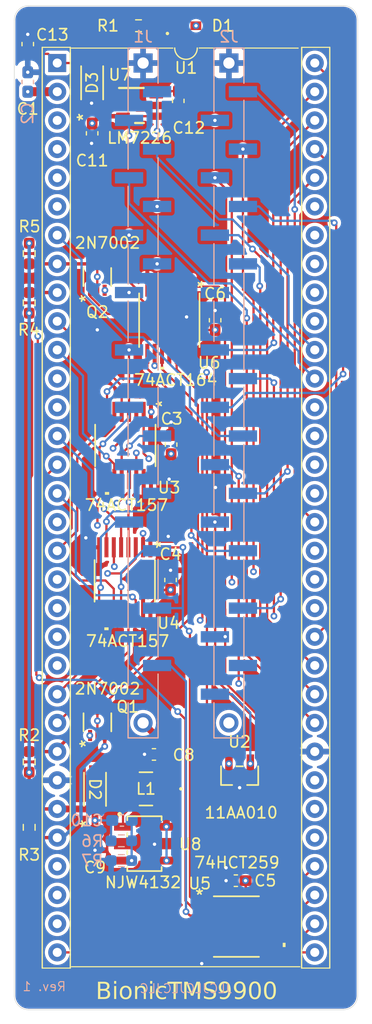
<source format=kicad_pcb>
(kicad_pcb (version 20240108) (generator "pcbnew") (generator_version "8.0")
  (title_block (title "BionicTMS9900") (date "2025-05-23") (rev "1"))
  (layers (0 "F.Cu" mixed) (1 "In1.Cu" signal) (2 "In2.Cu" signal) (31 "B.Cu" mixed) (34 "B.Paste" user) (35 "F.Paste" user) (36 "B.SilkS" user "B.Silkscreen") (37 "F.SilkS" user "F.Silkscreen") (38 "B.Mask" user) (39 "F.Mask" user) (44 "Edge.Cuts" user))
  (net 0 "")
  (net 1 "VCC")
  (net 2 "GND")
  (net 3 "VDD")
  (net 4 "Net-(U8-IN-)")
  (net 5 "Net-(U7-C-)")
  (net 11 "Net-(U7-C+)")
  (net 12 "VBB")
  (net 13 "Net-(D2-A)")
  (net 14 "/P31")
  (net 15 "/P51")
  (net 16 "Net-(D1-K)")
  (net 17 "/P15")
  (net 18 "/P12")
  (net 19 "/P30")
  (net 20 "/P14")
  (net 21 "/P52")
  (net 22 "/P10")
  (net 23 "/P50")
  (net 24 "/P53")
  (net 25 "/P33")
  (net 26 "/P16")
  (net 27 "/P32")
  (net 28 "/P36")
  (net 29 "/P13")
  (net 30 "/P34")
  (net 31 "/P17")
  (net 32 "/P35")
  (net 33 "/P11")
  (net 34 "/P37")
  (net 35 "/P44")
  (net 36 "/P47")
  (net 37 "/P20")
  (net 38 "Net-(J2-P57)")
  (net 39 "/P26")
  (net 40 "/P41")
  (net 41 "/P22")
  (net 42 "/P54")
  (net 43 "/P46")
  (net 44 "/P43")
  (net 45 "/P55")
  (net 46 "/P25")
  (net 48 "/P24")
  (net 49 "/P40")
  (net 50 "/P42")
  (net 51 "/P21")
  (net 52 "/P45")
  (net 53 "/P23")
  (net 54 "/P27")
  (net 55 "Net-(Q1A-S1)")
  (net 56 "Net-(Q1B-S2)")
  (net 57 "Net-(Q1A-D1)")
  (net 58 "Net-(Q1B-D2)")
  (net 59 "Net-(Q2A-S1)")
  (net 60 "Net-(Q2B-S2)")
  (net 61 "Net-(Q2A-D1)")
  (net 62 "Net-(Q2B-D2)")
  (net 63 "/A7")
  (net 64 "/Q6")
  (net 65 "/A3")
  (net 66 "/A0")
  (net 67 "/Q1")
  (net 68 "/Q4")
  (net 69 "/B7")
  (net 70 "/B2")
  (net 71 "/A4")
  (net 72 "/Q5")
  (net 73 "/B3")
  (net 74 "/A2")
  (net 75 "/A6")
  (net 76 "/B1")
  (net 77 "/B5")
  (net 78 "/Q3")
  (net 79 "/A5")
  (net 80 "/B4")
  (net 81 "/Q7")
  (net 82 "/B6")
  (net 83 "/A1")
  (net 84 "/Q0")
  (net 85 "/B0")
  (footprint "Capacitor_SMD:C_0603_1608Metric_Pad1.08x0.95mm_HandSolder" (layer "F.Cu") (at 99.6442 46.5317 90)
    (property "Reference" "C12")
    (property "Value" "1u/10V")
  )
  (footprint "bionic:DIP-64_W22.86mm_Socket" (layer "F.Cu") (at 88.9 43.18)
    (property "Reference" "U1")
    (property "Value" "TMS9900")
  )
  (footprint "ti:PW16-M" (layer "F.Cu") (at 94.8944 89.027 -90)
    (property "Reference" "U4")
    (property "Value" "74ACT157")
  )
  (footprint "murata:CR_60M-60_ROM-M" (layer "F.Cu") (at 91.9988 44.9326 90)
    (property "Reference" "D3")
    (property "Value" "30V/1A")
  )
  (footprint "murata:CR_60M-60_ROM-M" (layer "F.Cu") (at 92.2528 107.4801 90)
    (property "Reference" "D2")
    (property "Value" "30V/1A")
  )
  (footprint "Capacitor_SMD:C_0603_1608Metric_Pad1.08x0.95mm_HandSolder" (layer "F.Cu") (at 86.2838 41.5036 90)
    (property "Reference" "C13")
    (property "Value" "2.2u/10V")
  )
  (footprint "murata:IND_DFE322512F_MUR-M" (layer "F.Cu") (at 96.774 107.442 180)
    (property "Reference" "L1")
    (property "Value" "10uH/3A")
  )
  (footprint "Capacitor_SMD:C_0603_1608Metric_Pad1.08x0.95mm_HandSolder" (layer "F.Cu") (at 91.9988 49.403 -90)
    (property "Reference" "C11")
    (property "Value" "2.2u/10V")
  )
  (footprint "ti:DBV0006A_M" (layer "F.Cu") (at 96.2152 46.9392)
    (property "Reference" "U7")
    (property "Value" "LM2776")
  )
  (footprint "nexperia:TSSOP16_SOT403-1_NEX-M" (layer "F.Cu") (at 104.8004 119.634)
    (property "Reference" "U5")
    (property "Value" "74HCT259")
  )
  (footprint "Resistor_SMD:R_0603_1608Metric_Pad0.98x0.95mm_HandSolder" (layer "F.Cu") (at 86.4108 64.4125 90)
    (property "Reference" "R4")
    (property "Value" "750")
  )
  (footprint "ti:PW14-M" (layer "F.Cu") (at 98.8499 65.9511 -90)
    (property "Reference" "U6")
    (property "Value" "74ACT164")
  )
  (footprint "nisshinbo:SOT-89-5_NMD-M" (layer "F.Cu") (at 96.642 112.292 -90)
    (property "Reference" "U8")
    (property "Value" "NJW4132")
  )
  (footprint "Capacitor_SMD:C_0603_1608Metric_Pad1.08x0.95mm_HandSolder" (layer "F.Cu") (at 92.2528 112.0129 -90)
    (property "Reference" "C9")
    (property "Value" "22uF/16V")
  )
  (footprint "rhom:LED_CSL1901UW1_ROM-M" (layer "F.Cu") (at 100.33 39.878)
    (property "Reference" "D1")
    (property "Value" "CSL1901UW1")
  )
  (footprint "Resistor_SMD:R_0603_1608Metric_Pad0.98x0.95mm_HandSolder" (layer "F.Cu") (at 86.4108 110.8475 -90)
    (property "Reference" "R3")
    (property "Value" "750")
  )
  (footprint "Capacitor_SMD:C_0603_1608Metric_Pad1.08x0.95mm_HandSolder" (layer "F.Cu") (at 98.9584 88.9508 90)
    (property "Reference" "C4")
    (property "Value" "0.1u")
  )
  (footprint "ti:PW16-M" (layer "F.Cu") (at 94.9452 77.0382 -90)
    (property "Reference" "U3")
    (property "Value" "74ACT157")
  )
  (footprint "Capacitor_SMD:C_0603_1608Metric_Pad1.08x0.95mm_HandSolder" (layer "F.Cu") (at 97.4863 104.394 180)
    (property "Reference" "C8")
    (property "Value" "10uF/50V")
  )
  (footprint "Capacitor_SMD:C_0603_1608Metric_Pad1.08x0.95mm_HandSolder" (layer "F.Cu") (at 104.756 115.57 180)
    (property "Reference" "C5")
    (property "Value" "0.1u")
  )
  (footprint "Resistor_SMD:R_0603_1608Metric_Pad0.98x0.95mm_HandSolder" (layer "F.Cu") (at 86.4108 60.0475 -90)
    (property "Reference" "R5")
    (property "Value" "750")
  )
  (footprint "Capacitor_SMD:C_0603_1608Metric_Pad1.08x0.95mm_HandSolder" (layer "F.Cu") (at 99.0092 76.962 90)
    (property "Reference" "C3")
    (property "Value" "0.1u")
  )
  (footprint "onsemi:SC-88&slash;SC70-6&slash;SOT-363_419B-02_ONS_OSI-M" (layer "F.Cu") (at 92.456 62.1284 90)
    (property "Reference" "Q2")
    (property "Value" "2N7002DW")
  )
  (footprint "Capacitor_SMD:C_0603_1608Metric_Pad1.08x0.95mm_HandSolder" (layer "F.Cu") (at 86.2838 44.8564 90)
    (property "Reference" "C1")
    (property "Value" "22u")
  )
  (footprint "Resistor_SMD:R_0603_1608Metric_Pad0.98x0.95mm_HandSolder" (layer "F.Cu") (at 86.4108 105.0544 90)
    (property "Reference" "R2")
    (property "Value" "750")
  )
  (footprint "onsemi:SC-88&slash;SC70-6&slash;SOT-363_419B-02_ONS_OSI-M" (layer "F.Cu") (at 92.4664 101.5492 90)
    (property "Reference" "Q1")
    (property "Value" "2N7002DW")
  )
  (footprint "Resistor_SMD:R_0603_1608Metric_Pad0.98x0.95mm_HandSolder" (layer "F.Cu") (at 96.1155 39.878 180)
    (property "Reference" "R1")
    (property "Value" "1.6k")
  )
  (footprint "microchip:SOT-23_MC_MCH-M" (layer "F.Cu") (at 105.09 106.2728 180)
    (property "Reference" "U2")
    (property "Value" "11AA010-I/TT")
  )
  (footprint "Capacitor_SMD:C_0603_1608Metric_Pad1.08x0.95mm_HandSolder" (layer "F.Cu") (at 102.9139 65.9511 90)
    (property "Reference" "C6")
    (property "Value" "0.1u")
  )
  (footprint "Resistor_SMD:R_0603_1608Metric_Pad0.98x0.95mm_HandSolder" (layer "B.Cu") (at 94.5915 113.792 180)
    (property "Reference" "R7")
    (property "Value" "20k")
  )
  (footprint "Capacitor_SMD:C_0603_1608Metric_Pad1.08x0.95mm_HandSolder" (layer "B.Cu") (at 86.2838 44.8575 90)
    (property "Reference" "C2")
    (property "Value" "0.1u")
  )
  (footprint "bionic:Bionic-P135_SMT" (layer "B.Cu") (at 96.4992 72.39 180)
    (property "Reference" "J1")
    (property "Value" "Bionic-P135")
  )
  (footprint "Resistor_SMD:R_0603_1608Metric_Pad0.98x0.95mm_HandSolder" (layer "B.Cu") (at 94.5915 112.0394)
    (property "Reference" "R6")
    (property "Value" "220k")
  )
  (footprint "bionic:Bionic-P245_SMT" (layer "B.Cu") (at 104.1608 72.39 180)
    (property "Reference" "J2")
    (property "Value" "Bionic-P245")
  )
  (footprint "Capacitor_SMD:C_0603_1608Metric_Pad1.08x0.95mm_HandSolder" (layer "B.Cu") (at 94.6434 110.236)
    (property "Reference" "C10")
    (property "Value" "15pF")
  )
  (gr_line (start 101.4984 41.85) (end 110.2868 41.8592) (stroke (width 0.1)) (layer "F.SilkS"))
  (gr_line (start 99.1616 41.8592) (end 90.17 41.8592) (stroke (width 0.1)) (layer "F.SilkS"))
  (gr_line (start 90.17 123.19) (end 110.4392 123.19) (stroke (width 0.1)) (layer "F.SilkS"))
  (gr_arc (start 114.3 38.1) (mid 115.198026 38.471974) (end 115.57 39.37) (stroke (width 0.05)) (layer "Edge.Cuts"))
  (gr_line (start 85.09 125.73) (end 85.09 39.37) (stroke (width 0.05)) (layer "Edge.Cuts"))
  (gr_line (start 86.36 38.1) (end 114.3 38.1) (stroke (width 0.05)) (layer "Edge.Cuts"))
  (gr_line (start 115.57 39.37) (end 115.57 125.73) (stroke (width 0.05)) (layer "Edge.Cuts"))
  (gr_arc (start 85.09 39.37) (mid 85.461974 38.471974) (end 86.36 38.1) (stroke (width 0.05)) (layer "Edge.Cuts"))
  (gr_line (start 114.3 127) (end 86.36 127) (stroke (width 0.05)) (layer "Edge.Cuts"))
  (gr_arc (start 86.36 127) (mid 85.461974 126.628026) (end 85.09 125.73) (stroke (width 0.05)) (layer "Edge.Cuts"))
  (gr_arc (start 115.57 125.73) (mid 115.198026 126.628026) (end 114.3 127) (stroke (width 0.05)) (layer "Edge.Cuts"))
  (gr_text "Rev. 1" (at 89.7382 125.4126 -0) (layer "B.SilkS") (effects (font (size 0.8 0.8) (thickness 0.1)) (justify left bottom mirror)))
  (gr_text "JLCJLCJLCJLC" (at 100.33 125.5904 -0) (layer "B.SilkS") (effects (font (size 0.8 0.8) (thickness 0.1)) (justify bottom mirror)))
  (gr_text "11AA010" (at 105.2322 110.1344 0) (layer "F.SilkS") (effects (font (size 1 1)) (justify bottom)))
  (gr_text "NJW4132" (at 96.52 116.3066 0) (layer "F.SilkS") (effects (font (size 1 1)) (justify bottom)))
  (gr_text "2N7002" (at 93.3704 59.69 0) (layer "F.SilkS") (effects (font (size 1 1)) (justify bottom)))
  (gr_text "74ACT157\n" (at 95.1484 94.9452 0) (layer "F.SilkS") (effects (font (size 1 1)) (justify bottom)))
  (gr_text "74HCT259" (at 104.8512 114.554 0) (layer "F.SilkS") (effects (font (size 1 1)) (justify bottom)))
  (gr_text "BionicTMS9900" (at 100.3808 126.3016 0) (layer "F.SilkS") (effects (font (size 1.5 1.5) (thickness 0.1)) (justify bottom)))
  (gr_text "74ACT157\n" (at 95.0468 82.9056 0) (layer "F.SilkS") (effects (font (size 1 1)) (justify bottom)))
  (gr_text "2N7002" (at 93.3704 99.1616 0) (layer "F.SilkS") (effects (font (size 1 1)) (justify bottom)))
  (gr_text "74ACT164" (at 99.4156 71.8312 0) (layer "F.SilkS") (effects (font (size 1 1)) (justify bottom)))
  (segment (start 102.9139 66.8146) (end 102.9208 66.802) (width 0.2) (layer "F.Cu") (net 1))
  (segment (start 92.4664 101.4222) (end 92.4664 102.7176) (width 0.2) (layer "F.Cu") (net 1))
  (segment (start 92.456 63.2968) (end 92.456 62.103) (width 0.2) (layer "F.Cu") (net 1))
  (segment (start 92.456 62.103) (end 92.456 60.96) (width 0.2) (layer "F.Cu") (net 1))
  (segment (start 97.5499 69.977) (end 97.5499 68.9229) (width 0.2) (layer "F.Cu") (net 1))
  (segment (start 92.4664 102.7176) (end 92.4664 102.718) (width 0.2) (layer "F.Cu") (net 1))
  (segment (start 97.2202 79.3352) (end 97.2202 80.01) (width 0.2) (layer "F.Cu") (net 1))
  (segment (start 102.914 66.8147) (end 102.9139 66.8146) (width 0.2) (layer "F.Cu") (net 1))
  (segment (start 99.0092 77.7748) (end 98.7806 77.7748) (width 0.2) (layer "F.Cu") (net 1))
  (segment (start 97.6902 47.8892) (end 94.7402 47.8892) (width 0.2) (layer "F.Cu") (net 1))
  (segment (start 97.1694 91.07) (end 97.1694 91.9988) (width 0.2) (layer "F.Cu") (net 1))
  (segment (start 92.0253 48.514) (end 92.6501 47.8892) (width 0.4) (layer "F.Cu") (net 1))
  (segment (start 98.9584 89.8133) (end 98.4261 89.8133) (width 0.2) (layer "F.Cu") (net 1))
  (segment (start 107.8548 117.3591) (end 107.8548 118.009) (width 0.2) (layer "F.Cu") (net 1))
  (segment (start 91.9988 48.5405) (end 91.9988 48.514) (width 0.4) (layer "F.Cu") (net 1))
  (segment (start 98.3488 104.394) (end 98.3488 107.442) (width 0.6) (layer "F.Cu") (net 1))
  (segment (start 86.2849 45.72) (end 86.2838 45.7189) (width 0.8) (layer "F.Cu") (net 1))
  (segment (start 91.9988 48.514) (end 92.0253 48.514) (width 0.4) (layer "F.Cu") (net 1))
  (segment (start 88.9 45.72) (end 86.2849 45.72) (width 0.8) (layer "F.Cu") (net 1))
  (segment (start 92.4664 101.4222) (end 92.4664 100.381) (width 0.2) (layer "F.Cu") (net 1))
  (segment (start 98.4261 89.8133) (end 97.1694 91.07) (width 0.2) (layer "F.Cu") (net 1))
  (segment (start 107.8549 117.359) (end 107.855 117.359) (width 0.2) (layer "F.Cu") (net 1))
  (segment (start 98.3488 109.474) (end 98.592 109.7172) (width 0.6) (layer "F.Cu") (net 1))
  (segment (start 101.219 39.878) (end 101.2063 39.878) (width 0.2) (layer "F.Cu") (net 1))
  (segment (start 102.9208 66.802) (end 102.9139 66.8136) (width 0.2) (layer "F.Cu") (net 1))
  (segment (start 98.7806 77.7748) (end 97.2202 79.3352) (width 0.2) (layer "F.Cu") (net 1))
  (segment (start 107.8549 117.359) (end 107.8548 117.3591) (width 0.2) (layer "F.Cu") (net 1))
  (segment (start 98.9584 89.8144) (end 98.9584 89.8133) (width 0.2) (layer "F.Cu") (net 1))
  (segment (start 99.0092 77.7748) (end 99.0092 77.8245) (width 0.2) (layer "F.Cu") (net 1))
  (segment (start 98.3488 103.429) (end 98.3488 104.394) (width 0.6) (layer "F.Cu") (net 1))
  (segment (start 105.6185 116.1087) (end 105.6185 115.57) (width 0.2) (layer "F.Cu") (net 1))
  (segment (start 98.592 109.7172) (end 98.592 110.792) (width 0.6) (layer "F.Cu") (net 1))
  (segment (start 102.198 66.8136) (end 100.799899 68.211701) (width 0.2) (layer "F.Cu") (net 1))
  (segment (start 98.3488 107.442) (end 98.3488 109.474) (width 0.6) (layer "F.Cu") (net 1))
  (segment (start 106.8688 117.359) (end 105.6185 116.1087) (width 0.2) (layer "F.Cu") (net 1))
  (segment (start 92.6501 47.8892) (end 94.7402 47.8892) (width 0.4) (layer "F.Cu") (net 1))
  (segment (start 100.799899 68.211701) (end 100.799899 68.9229) (width 0.2) (layer "F.Cu") (net 1))
  (segment (start 102.9139 66.8136) (end 102.198 66.8136) (width 0.2) (layer "F.Cu") (net 1))
  (segment (start 98.6028 113.792) (end 98.592 113.792) (width 0.2) (layer "F.Cu") (net 1))
  (segment (start 107.8549 117.359) (end 106.8688 117.359) (width 0.2) (layer "F.Cu") (net 1))
  (segment (start 96.52 101.6) (end 98.3488 103.429) (width 0.6) (layer "F.Cu") (net 1))
  (segment (start 104.139999 105.2068) (end 104.14 105.2068) (width 0.2) (layer "F.Cu") (net 1))
  (via (at 101.219 39.878) (size 0.6) (drill 0.3) (layers "F.Cu" "B.Cu") (net 1))
  (via (at 102.9208 66.802) (size 0.6) (drill 0.3) (layers "F.Cu" "B.Cu") (net 1))
  (via (at 98.592 110.792) (size 0.6) (drill 0.3) (layers "F.Cu" "B.Cu") (net 1))
  (via (at 98.6028 113.792) (size 0.6) (drill 0.3) (layers "F.Cu" "B.Cu") (net 1))
  (via (at 92.456 62.103) (size 0.6) (drill 0.3) (layers "F.Cu" "B.Cu") (net 1))
  (via (at 97.5499 69.977) (size 0.6) (drill 0.3) (layers "F.Cu" "B.Cu") (net 1))
  (via (at 98.9584 89.8144) (size 0.6) (drill 0.3) (layers "F.Cu" "B.Cu") (net 1))
  (via (at 91.9988 48.514) (size 0.6) (drill 0.3) (layers "F.Cu" "B.Cu") (net 1))
  (via (at 105.613 115.57) (size 0.6) (drill 0.3) (layers "F.Cu" "B.Cu") (net 1))
  (via (at 104.139999 105.2068) (size 0.6) (drill 0.3) (layers "F.Cu" "B.Cu") (net 1))
  (via (at 99.0092 77.7748) (size 0.6) (drill 0.3) (layers "F.Cu" "B.Cu") (net 1))
  (via (at 92.4664 101.4222) (size 0.6) (drill 0.3) (layers "F.Cu" "B.Cu") (net 1))
  (via (at 86.2838 45.7189) (size 0.6) (drill 0.3) (layers "F.Cu" "B.Cu") (net 1))
  (segment (start 98.6028 110.803) (end 98.592 110.792) (width 0.2) (layer "B.Cu") (net 1))
  (segment (start 98.6028 113.792) (end 98.6028 110.803) (width 0.2) (layer "B.Cu") (net 1))
  (via (at 100.3808 65.659) (size 0.6) (drill 0.3) (layers "F.Cu" "B.Cu") (net 2))
  (via (at 91.44 85.217) (size 0.6) (drill 0.3) (layers "F.Cu" "B.Cu") (net 2))
  (via (at 99.0092 74.9682) (size 0.6) (drill 0.3) (layers "F.Cu" "B.Cu") (net 2))
  (via (at 86.2838 43.9939) (size 0.6) (drill 0.3) (layers "F.Cu" "B.Cu") (net 2))
  (via (at 105.09 107.3388) (size 0.6) (drill 0.3) (layers "F.Cu" "B.Cu") (net 2))
  (via (at 102.9139 65.0886) (size 0.6) (drill 0.3) (layers "F.Cu" "B.Cu") (net 2))
  (via (at 98.7552 85.09) (size 0.6) (drill 0.3) (layers "F.Cu" "B.Cu") (net 2))
  (via (at 103.886 114.427) (size 0.6) (drill 0.3) (layers "F.Cu" "B.Cu") (net 2))
  (via (at 98.8314 80.0228) (size 0.6) (drill 0.3) (layers "F.Cu" "B.Cu") (net 2))
  (via (at 103.886 115.57) (size 0.6) (drill 0.3) (layers "F.Cu" "B.Cu") (net 2))
  (via (at 91.948 46.736) (size 0.6) (drill 0.3) (layers "F.Cu" "B.Cu") (net 2))
  (via (at 96.647 104.3814) (size 0.6) (drill 0.3) (layers "F.Cu" "B.Cu") (net 2))
  (via (at 101.727 122.9106) (size 0.6) (drill 0.3) (layers "F.Cu" "B.Cu") (net 2))
  (via (at 91.948 50.292) (size 0.6) (drill 0.3) (layers "F.Cu" "B.Cu") (net 2))
  (via (at 92.2528 112.8754) (size 0.6) (drill 0.3) (layers "F.Cu" "B.Cu") (net 2))
  (via (at 86.2838 40.6411) (size 0.6) (drill 0.3) (layers "F.Cu" "B.Cu") (net 2))
  (via (at 92.456 66.802) (size 0.6) (drill 0.3) (layers "F.Cu" "B.Cu") (net 2))
  (via (at 102.9462 80.7594) (size 0.6) (drill 0.3) (layers "F.Cu" "B.Cu") (net 2))
  (via (at 97.536 112.3442) (size 0.6) (drill 0.3) (layers "F.Cu" "B.Cu") (net 2))
  (via (at 98.9584 88.0883) (size 0.6) (drill 0.3) (layers "F.Cu" "B.Cu") (net 2))
  (segment (start 86.4108 109.935) (end 86.9024 109.935) (width 0.3) (layer "F.Cu") (net 3))
  (segment (start 92.2528 111.15) (end 92.2528 110.236) (width 0.6) (layer "F.Cu") (net 3))
  (segment (start 92.2528 110.236) (end 92.2528 109.22) (width 0.6) (layer "F.Cu") (net 3))
  (segment (start 86.9024 109.935) (end 87.6174 109.22) (width 0.3) (layer "F.Cu") (net 3))
  (segment (start 86.2838 105.9816) (end 86.2838 105.9669) (width 0.2) (layer "F.Cu") (net 3))
  (segment (start 92.2528 111.1504) (end 92.2528 111.15) (width 0.2) (layer "F.Cu") (net 3))
  (segment (start 86.4108 109.935) (end 86.4108 105.9816) (width 0.3) (layer "F.Cu") (net 3))
  (segment (start 92.2528 109.22) (end 88.9 109.22) (width 0.6) (layer "F.Cu") (net 3))
  (segment (start 87.6174 109.22) (end 88.9 109.22) (width 0.3) (layer "F.Cu") (net 3))
  (segment (start 86.4108 105.9816) (end 86.4108 105.9669) (width 0.2) (layer "F.Cu") (net 3))
  (via (at 86.4108 65.325) (size 0.6) (drill 0.3) (layers "F.Cu" "B.Cu") (net 3))
  (via (at 86.4108 105.9816) (size 0.6) (drill 0.3) (layers "F.Cu" "B.Cu") (net 3))
  (via (at 86.4108 59.135) (size 0.6) (drill 0.3) (layers "F.Cu" "B.Cu") (net 3))
  (via (at 92.2528 110.236) (size 0.6) (drill 0.3) (layers "F.Cu" "B.Cu") (net 3))
  (segment (start 86.4108 105.9816) (end 86.4108 65.325) (width 0.3) (layer "B.Cu") (net 3))
  (segment (start 93.679 112.039) (end 93.679 110.338) (width 0.2) (layer "B.Cu") (net 3))
  (segment (start 86.4108 65.325) (end 86.4108 59.135) (width 0.3) (layer "B.Cu") (net 3))
  (segment (start 92.2528 110.236) (end 93.7809 110.236) (width 0.2) (layer "B.Cu") (net 3))
  (segment (start 93.679 110.338) (end 93.7809 110.236) (width 0.2) (layer "B.Cu") (net 3))
  (segment (start 93.679 112.0394) (end 93.679 112.039) (width 0.2) (layer "B.Cu") (net 3))
  (segment (start 94.742 113.792) (end 95.504 113.792) (width 0.2) (layer "F.Cu") (net 4))
  (via (at 95.504 113.792) (size 0.6) (drill 0.3) (layers "F.Cu" "B.Cu") (net 4))
  (segment (start 95.5059 112.0394) (end 95.5059 110.236) (width 0.2) (layer "B.Cu") (net 4))
  (segment (start 95.504 113.792) (end 95.504 113.386) (width 0.2) (layer "B.Cu") (net 4))
  (segment (start 95.504 113.386) (end 95.5059 113.384) (width 0.2) (layer "B.Cu") (net 4))
  (segment (start 95.5059 113.384) (end 95.5059 112.0394) (width 0.2) (layer "B.Cu") (net 4))
  (segment (start 95.504 112.0394) (end 95.5059 112.0394) (width 0.2) (layer "B.Cu") (net 4))
  (segment (start 97.6902 45.9892) (end 98.702 45.9892) (width 0.2) (layer "F.Cu") (net 5))
  (segment (start 99.022 45.6692) (end 99.6442 45.6692) (width 0.2) (layer "F.Cu") (net 5))
  (segment (start 98.702 45.9892) (end 99.022 45.6692) (width 0.2) (layer "F.Cu") (net 5))
  (segment (start 98.6916 46.9392) (end 99.1466 47.3942) (width 0.2) (layer "F.Cu") (net 11))
  (segment (start 99.1466 47.3942) (end 99.6442 47.3942) (width 0.2) (layer "F.Cu") (net 11))
  (segment (start 97.6902 46.9392) (end 98.6916 46.9392) (width 0.2) (layer "F.Cu") (net 11))
  (segment (start 88.9 43.18) (end 91.9861 43.18) (width 0.2) (layer "F.Cu") (net 12))
  (segment (start 94.7402 45.9892) (end 94.7402 45.2134) (width 0.2) (layer "F.Cu") (net 12))
  (segment (start 91.9861 43.18) (end 91.9988 43.1927) (width 0.2) (layer "F.Cu") (net 12))
  (segment (start 94.7402 45.2134) (end 92.7195 43.1927) (width 0.2) (layer "F.Cu") (net 12))
  (segment (start 92.7195 43.1927) (end 91.9988 43.1927) (width 0.2) (layer "F.Cu") (net 12))
  (segment (start 86.2838 42.3661) (end 88.0861 42.3661) (width 0.2) (layer "F.Cu") (net 12))
  (segment (start 88.0861 42.3661) (end 88.9 43.18) (width 0.2) (layer "F.Cu") (net 12))
  (segment (start 95.1992 109.2962) (end 94.742 109.7534) (width 0.2) (layer "F.Cu") (net 13))
  (segment (start 92.253 105.74) (end 92.2528 105.7402) (width 0.2) (layer "F.Cu") (net 13))
  (segment (start 95.1992 107.1245) (end 95.1992 109.2962) (width 0.2) (layer "F.Cu") (net 13))
  (segment (start 94.1324 105.74) (end 95.1992 106.807) (width 0.6) (layer "F.Cu") (net 13))
  (segment (start 94.742 109.7534) (end 94.742 110.792) (width 0.2) (layer "F.Cu") (net 13))
  (segment (start 92.2528 105.74) (end 93.1926 105.74) (width 0.6) (layer "F.Cu") (net 13))
  (segment (start 95.1992 107.1245) (end 95.1992 107.442) (width 0.6) (layer "F.Cu") (net 13))
  (segment (start 95.1992 106.807) (end 95.1992 107.1245) (width 0.6) (layer "F.Cu") (net 13))
  (segment (start 93.1926 105.74) (end 92.253 105.74) (width 0.2) (layer "F.Cu") (net 13))
  (segment (start 93.1926 105.74) (end 94.1324 105.74) (width 0.6) (layer "F.Cu") (net 13))
  (segment (start 93.3202 72.263) (end 93.3202 74.0664) (width 0.2) (layer "F.Cu") (net 14))
  (via (at 93.3202 72.263) (size 0.6) (drill 0.3) (layers "F.Cu" "B.Cu") (net 14))
  (segment (start 93.3202 72.263) (end 94.4632 71.12) (width 0.2) (layer "B.Cu") (net 14))
  (segment (start 94.4632 71.12) (end 97.7646 71.12) (width 0.2) (layer "B.Cu") (net 14))
  (segment (start 100.2792 101.2826) (end 100.2792 117.3436) (width 0.2) (layer "F.Cu") (net 15))
  (segment (start 100.9446 118.009) (end 101.7461 118.009) (width 0.2) (layer "F.Cu") (net 15))
  (segment (start 99.5934 100.5968) (end 100.2792 101.2826) (width 0.2) (layer "F.Cu") (net 15))
  (segment (start 100.2792 117.3436) (end 100.9446 118.009) (width 0.2) (layer "F.Cu") (net 15))
  (via (at 99.5934 100.5968) (size 0.6) (drill 0.3) (layers "F.Cu" "B.Cu") (net 15))
  (segment (start 99.5808 100.5968) (end 95.2754 96.2914) (width 0.2) (layer "B.Cu") (net 15))
  (segment (start 99.5934 100.5968) (end 99.5808 100.5968) (width 0.2) (layer "B.Cu") (net 15))
  (segment (start 95.2754 96.2914) (end 95.2754 93.98) (width 0.2) (layer "B.Cu") (net 15))
  (segment (start 97.028 39.878) (end 99.4537 39.878) (width 0.2) (layer "F.Cu") (net 16))
  (via (at 95.2754 58.42) (size 0.6) (drill 0.3) (layers "F.Cu" "B.Cu") (net 17))
  (segment (start 103.251 57.023) (end 104.4567 57.023) (width 0.2) (layer "B.Cu") (net 18))
  (segment (start 109.4345 66.2545) (end 111.76 68.58) (width 0.2) (layer "B.Cu") (net 18))
  (segment (start 97.7646 50.8) (end 97.7646 51.5366) (width 0.2) (layer "B.Cu") (net 18))
  (segment (start 104.4567 57.023) (end 109.4345 62.0008) (width 0.2) (layer "B.Cu") (net 18))
  (segment (start 97.7646 51.5366) (end 103.251 57.023) (width 0.2) (layer "B.Cu") (net 18))
  (segment (start 109.4345 62.0008) (end 109.4345 66.2545) (width 0.2) (layer "B.Cu") (net 18))
  (segment (start 95.2754 68.58) (end 95.2702 68.5852) (width 0.2) (layer "F.Cu") (net 19))
  (segment (start 95.2702 68.5852) (end 95.2702 74.0664) (width 0.2) (layer "F.Cu") (net 19))
  (via (at 95.2754 68.58) (size 0.6) (drill 0.3) (layers "F.Cu" "B.Cu") (net 19))
  (via (at 97.7646 55.88) (size 0.6) (drill 0.3) (layers "F.Cu" "B.Cu") (net 20))
  (segment (start 100.33 118.3132) (end 100.6758 118.659) (width 0.2) (layer "F.Cu") (net 21))
  (segment (start 100.6758 118.659) (end 101.7461 118.659) (width 0.2) (layer "F.Cu") (net 21))
  (via (at 100.33 118.3132) (size 0.6) (drill 0.3) (layers "F.Cu" "B.Cu") (net 21))
  (segment (start 98.933 96.52) (end 97.7646 96.52) (width 0.2) (layer "B.Cu") (net 21))
  (segment (start 100.33 118.3132) (end 100.33 97.917) (width 0.2) (layer "B.Cu") (net 21))
  (segment (start 100.33 97.917) (end 98.933 96.52) (width 0.2) (layer "B.Cu") (net 21))
  (via (at 97.7646 49.1872) (size 0.6) (drill 0.3) (layers "F.Cu" "B.Cu") (net 22))
  (segment (start 97.7646 49.1872) (end 97.7646 45.72) (width 0.2) (layer "B.Cu") (net 22))
  (segment (start 100.6792 116.986) (end 101.0522 117.359) (width 0.2) (layer "F.Cu") (net 23))
  (segment (start 100.042826 86.0662) (end 97.1804 86.0662) (width 0.2) (layer "F.Cu") (net 23))
  (segment (start 100.052382 86.056644) (end 100.042826 86.0662) (width 0.2) (layer "F.Cu") (net 23))
  (segment (start 100.6792 93.5356) (end 100.6792 116.986) (width 0.2) (layer "F.Cu") (net 23))
  (segment (start 101.0522 117.359) (end 101.7461 117.359) (width 0.2) (layer "F.Cu") (net 23))
  (segment (start 100.613735 93.470135) (end 100.6792 93.5356) (width 0.2) (layer "F.Cu") (net 23))
  (via (at 100.052382 86.056644) (size 0.6) (drill 0.3) (layers "F.Cu" "B.Cu") (net 23))
  (via (at 97.248003 74.0664) (size 0.6) (drill 0.3) (layers "F.Cu" "B.Cu") (net 23))
  (via (at 100.613735 93.470135) (size 0.6) (drill 0.3) (layers "F.Cu" "B.Cu") (net 23))
  (segment (start 97.7646 91.44) (end 100.039782 91.44) (width 0.2) (layer "B.Cu") (net 23))
  (segment (start 100.039782 91.44) (end 100.052382 91.4274) (width 0.2) (layer "B.Cu") (net 23))
  (segment (start 100.052382 92.908782) (end 100.052382 91.4274) (width 0.2) (layer "B.Cu") (net 23))
  (segment (start 100.052382 86.056644) (end 100.052382 91.4274) (width 0.2) (layer "B.Cu") (net 23))
  (segment (start 100.613735 93.470135) (end 100.052382 92.908782) (width 0.2) (layer "B.Cu") (net 23))
  (segment (start 87.1728 79.901514) (end 87.0458 80.028514) (width 0.2) (layer "F.Cu") (net 24))
  (segment (start 87.0458 80.028514) (end 87.0458 97.3456) (width 0.2) (layer "F.Cu") (net 24))
  (segment (start 87.1728 67.3736) (end 87.1728 79.901514) (width 0.2) (layer "F.Cu") (net 24))
  (segment (start 87.0458 97.3456) (end 87.2998 97.5996) (width 0.2) (layer "F.Cu") (net 24))
  (via (at 87.2998 97.5996) (size 0.6) (drill 0.3) (layers "F.Cu" "B.Cu") (net 24))
  (via (at 87.1728 67.3736) (size 0.6) (drill 0.3) (layers "F.Cu" "B.Cu") (net 24))
  (segment (start 92.329 97.79) (end 93.599 99.06) (width 0.2) (layer "B.Cu") (net 24))
  (segment (start 87.4902 97.79) (end 92.329 97.79) (width 0.2) (layer "B.Cu") (net 24))
  (segment (start 93.599 99.06) (end 95.2754 99.06) (width 0.2) (layer "B.Cu") (net 24))
  (segment (start 87.2998 97.5996) (end 87.4902 97.79) (width 0.2) (layer "B.Cu") (net 24))
  (segment (start 95.3202 77.078362) (end 94.6202 77.778362) (width 0.2) (layer "F.Cu") (net 25))
  (segment (start 94.6202 77.778362) (end 94.6202 80.01) (width 0.2) (layer "F.Cu") (net 25))
  (via (at 95.3202 77.078362) (size 0.6) (drill 0.3) (layers "F.Cu" "B.Cu") (net 25))
  (segment (start 96.198562 76.2) (end 97.7646 76.2) (width 0.2) (layer "B.Cu") (net 25))
  (segment (start 95.3202 77.078362) (end 96.198562 76.2) (width 0.2) (layer "B.Cu") (net 25))
  (via (at 97.7646 60.96) (size 0.6) (drill 0.3) (layers "F.Cu" "B.Cu") (net 26))
  (segment (start 92.653 77.1956) (end 92.653 79.9928) (width 0.2) (layer "F.Cu") (net 27))
  (segment (start 92.9561 76.8925) (end 92.653 77.1956) (width 0.2) (layer "F.Cu") (net 27))
  (segment (start 92.653 79.9928) (end 92.6702 80.01) (width 0.2) (layer "F.Cu") (net 27))
  (via (at 92.9561 76.8925) (size 0.6) (drill 0.3) (layers "F.Cu" "B.Cu") (net 27))
  (segment (start 95.2754 74.5732) (end 95.2754 73.66) (width 0.2) (layer "B.Cu") (net 27))
  (segment (start 92.9561 76.8925) (end 95.2754 74.5732) (width 0.2) (layer "B.Cu") (net 27))
  (segment (start 92.6194 89.744701) (end 92.6194 91.9988) (width 0.2) (layer "F.Cu") (net 28))
  (segment (start 92.749315 89.614786) (end 92.6194 89.744701) (width 0.2) (layer "F.Cu") (net 28))
  (via (at 92.749315 89.614786) (size 0.6) (drill 0.3) (layers "F.Cu" "B.Cu") (net 28))
  (segment (start 92.76955 89.594551) (end 92.76955 85.15745) (width 0.2) (layer "B.Cu") (net 28))
  (segment (start 92.749315 89.614786) (end 92.76955 89.594551) (width 0.2) (layer "B.Cu") (net 28))
  (segment (start 94.107 83.82) (end 95.2754 83.82) (width 0.2) (layer "B.Cu") (net 28))
  (segment (start 92.76955 85.15745) (end 94.107 83.82) (width 0.2) (layer "B.Cu") (net 28))
  (segment (start 95.2754 53.34) (end 95.2754 55.611) (width 0.2) (layer "B.Cu") (net 29))
  (segment (start 110.3202 69.6802) (end 111.76 71.12) (width 0.2) (layer "B.Cu") (net 29))
  (segment (start 95.2754 55.611) (end 102.3556 62.6912) (width 0.2) (layer "B.Cu") (net 29))
  (segment (start 102.3556 62.6912) (end 104.3153 62.6912) (width 0.2) (layer "B.Cu") (net 29))
  (segment (start 104.3153 62.6912) (end 110.3202 68.6961) (width 0.2) (layer "B.Cu") (net 29))
  (segment (start 110.3202 68.6961) (end 110.3202 69.6802) (width 0.2) (layer "B.Cu") (net 29))
  (segment (start 95.2754 82.0548) (end 95.2194 82.1108) (width 0.2) (layer "F.Cu") (net 30))
  (segment (start 95.2194 82.1108) (end 95.2194 86.0552) (width 0.2) (layer "F.Cu") (net 30))
  (via (at 95.2754 82.0548) (size 0.6) (drill 0.3) (layers "F.Cu" "B.Cu") (net 30))
  (segment (start 95.2754 82.0548) (end 95.2754 78.74) (width 0.2) (layer "B.Cu") (net 30))
  (via (at 95.2754 63.5) (size 0.6) (drill 0.3) (layers "F.Cu" "B.Cu") (net 31))
  (segment (start 93.2694 84.9382) (end 93.2694 86.0552) (width 0.2) (layer "F.Cu") (net 32))
  (segment (start 93.2688 83.782) (end 93.2688 84.9376) (width 0.2) (layer "F.Cu") (net 32))
  (segment (start 93.2688 84.9376) (end 93.2694 84.9382) (width 0.2) (layer "F.Cu") (net 32))
  (via (at 93.2688 83.782) (size 0.6) (drill 0.3) (layers "F.Cu" "B.Cu") (net 32))
  (segment (start 96.5454 82.8676) (end 97.7646 81.6484) (width 0.2) (layer "B.Cu") (net 32))
  (segment (start 97.7646 81.6484) (end 97.7646 81.28) (width 0.2) (layer "B.Cu") (net 32))
  (segment (start 93.8728 82.8676) (end 96.5454 82.8676) (width 0.2) (layer "B.Cu") (net 32))
  (segment (start 93.2688 83.782) (end 93.2688 83.4716) (width 0.2) (layer "B.Cu") (net 32))
  (segment (start 93.2688 83.4716) (end 93.8728 82.8676) (width 0.2) (layer "B.Cu") (net 32))
  (via (at 95.2754 49.619) (size 0.6) (drill 0.3) (layers "F.Cu" "B.Cu") (net 33))
  (segment (start 95.2754 49.619) (end 95.2754 48.26) (width 0.2) (layer "B.Cu") (net 33))
  (segment (start 94.56955 89.5478) (end 94.5694 89.54795) (width 0.2) (layer "F.Cu") (net 34))
  (segment (start 94.5694 89.54795) (end 94.5694 91.9988) (width 0.2) (layer "F.Cu") (net 34))
  (via (at 94.56955 89.5478) (size 0.6) (drill 0.3) (layers "F.Cu" "B.Cu") (net 34))
  (segment (start 94.56955 88.27245) (end 96.482 86.36) (width 0.2) (layer "B.Cu") (net 34))
  (segment (start 96.482 86.36) (end 97.7646 86.36) (width 0.2) (layer "B.Cu") (net 34))
  (segment (start 94.56955 89.5478) (end 94.56955 88.27245) (width 0.2) (layer "B.Cu") (net 34))
  (segment (start 105.0088 79.756) (end 105.0088 98.119) (width 0.2) (layer "F.Cu") (net 35))
  (via (at 105.0088 98.119) (size 0.6) (drill 0.3) (layers "F.Cu" "B.Cu") (net 35))
  (via (at 105.0088 79.756) (size 0.6) (drill 0.3) (layers "F.Cu" "B.Cu") (net 35))
  (segment (start 105.0088 79.756) (end 103.9928 78.74) (width 0.2) (layer "B.Cu") (net 35))
  (segment (start 103.9928 78.74) (end 102.8954 78.74) (width 0.2) (layer "B.Cu") (net 35))
  (segment (start 100.7861 85.0012) (end 100.8126 84.9747) (width 0.2) (layer "F.Cu") (net 36))
  (segment (start 96.8999 70.2427) (end 96.8999 68.9229) (width 0.2) (layer "F.Cu") (net 36))
  (segment (start 100.8126 74.1554) (end 96.8999 70.2427) (width 0.2) (layer "F.Cu") (net 36))
  (segment (start 100.8126 84.9747) (end 100.8126 74.1554) (width 0.2) (layer "F.Cu") (net 36))
  (via (at 100.7861 85.0012) (size 0.6) (drill 0.3) (layers "F.Cu" "B.Cu") (net 36))
  (segment (start 100.7861 85.0012) (end 102.1577 86.3728) (width 0.2) (layer "B.Cu") (net 36))
  (segment (start 105.3718 86.3728) (end 105.3846 86.36) (width 0.2) (layer "B.Cu") (net 36))
  (segment (start 102.1577 86.3728) (end 105.3718 86.3728) (width 0.2) (layer "B.Cu") (net 36))
  (segment (start 109.982 82.042) (end 111.76 83.82) (width 0.2) (layer "F.Cu") (net 37))
  (segment (start 109.982 56.134) (end 109.982 82.042) (width 0.2) (layer "F.Cu") (net 37))
  (via (at 109.982 56.134) (size 0.6) (drill 0.3) (layers "F.Cu" "B.Cu") (net 37))
  (segment (start 109.982 56.134) (end 109.982 49.149) (width 0.2) (layer "B.Cu") (net 37))
  (segment (start 109.982 49.149) (end 106.553 45.72) (width 0.2) (layer "B.Cu") (net 37))
  (segment (start 106.553 45.72) (end 105.3846 45.72) (width 0.2) (layer "B.Cu") (net 37))
  (segment (start 106.04 105.2068) (end 106.040001 105.2068) (width 0.2) (layer "F.Cu") (net 38))
  (via (at 106.040001 105.2068) (size 0.6) (drill 0.3) (layers "F.Cu" "B.Cu") (net 38))
  (segment (start 104.4194 99.06) (end 106.040001 100.680601) (width 0.2) (layer "B.Cu") (net 38))
  (segment (start 102.8954 99.06) (end 104.4194 99.06) (width 0.2) (layer "B.Cu") (net 38))
  (segment (start 106.040001 100.680601) (end 106.040001 105.2068) (width 0.2) (layer "B.Cu") (net 38))
  (segment (start 111.76 99.06) (end 106.9222 94.2222) (width 0.2) (layer "F.Cu") (net 39))
  (segment (start 106.9222 94.2222) (end 106.9222 62.9696) (width 0.2) (layer "F.Cu") (net 39))
  (segment (start 106.9222 62.9696) (end 106.8737 62.9211) (width 0.2) (layer "F.Cu") (net 39))
  (via (at 106.8737 62.9211) (size 0.6) (drill 0.3) (layers "F.Cu" "B.Cu") (net 39))
  (segment (start 106.553 60.96) (end 106.8737 61.2807) (width 0.2) (layer "B.Cu") (net 39))
  (segment (start 105.3846 60.96) (end 106.553 60.96) (width 0.2) (layer "B.Cu") (net 39))
  (segment (start 106.8737 61.2807) (end 106.8737 62.9211) (width 0.2) (layer "B.Cu") (net 39))
  (segment (start 108.1341 92.1463) (end 108.1341 71.4824) (width 0.2) (layer "F.Cu") (net 40))
  (via (at 108.1341 92.1463) (size 0.6) (drill 0.3) (layers "F.Cu" "B.Cu") (net 40))
  (via (at 108.1341 71.4824) (size 0.6) (drill 0.3) (layers "F.Cu" "B.Cu") (net 40))
  (segment (start 107.7717 71.12) (end 108.1341 71.4824) (width 0.2) (layer "B.Cu") (net 40))
  (segment (start 105.3846 71.12) (end 107.7717 71.12) (width 0.2) (layer "B.Cu") (net 40))
  (segment (start 105.3846 50.8) (end 105.3846 63.228) (width 0.2) (layer "F.Cu") (net 41))
  (segment (start 106.3244 88.212) (end 106.3222 88.2142) (width 0.2) (layer "F.Cu") (net 41))
  (segment (start 106.3256 66.015729) (end 106.3244 66.016929) (width 0.2) (layer "F.Cu") (net 41))
  (segment (start 106.3244 66.016929) (end 106.3244 88.212) (width 0.2) (layer "F.Cu") (net 41))
  (segment (start 105.3846 63.228) (end 106.3256 64.169) (width 0.2) (layer "F.Cu") (net 41))
  (segment (start 106.3256 64.169) (end 106.3256 66.015729) (width 0.2) (layer "F.Cu") (net 41))
  (via (at 105.3846 50.8) (size 0.6) (drill 0.3) (layers "F.Cu" "B.Cu") (net 41))
  (via (at 106.3222 88.2142) (size 0.6) (drill 0.3) (layers "F.Cu" "B.Cu") (net 41))
  (segment (start 108.7341 51.2859) (end 111.76 48.26) (width 0.2) (layer "F.Cu") (net 42))
  (segment (start 108.7341 90.64) (end 108.7341 51.2859) (width 0.2) (layer "F.Cu") (net 42))
  (via (at 108.7341 90.64) (size 0.6) (drill 0.3) (layers "F.Cu" "B.Cu") (net 42))
  (segment (start 105.3846 91.44) (end 107.9341 91.44) (width 0.2) (layer "B.Cu") (net 42))
  (segment (start 107.9341 91.44) (end 108.7341 90.64) (width 0.2) (layer "B.Cu") (net 42))
  (segment (start 109.163 103.950286) (end 109.163 118.357201) (width 0.2) (layer "F.Cu") (net 43))
  (segment (start 102.8954 83.82) (end 102.9208 83.8454) (width 0.2) (layer "F.Cu") (net 43))
  (segment (start 108.8612 118.659001) (end 107.85475 118.659001) (width 0.2) (layer "F.Cu") (net 43))
  (segment (start 109.163 118.357201) (end 108.8612 118.659001) (width 0.2) (layer "F.Cu") (net 43))
  (segment (start 102.9208 83.8454) (end 102.9208 97.708086) (width 0.2) (layer "F.Cu") (net 43))
  (segment (start 102.9208 97.708086) (end 109.163 103.950286) (width 0.2) (layer "F.Cu") (net 43))
  (via (at 102.8954 83.82) (size 0.6) (drill 0.3) (layers "F.Cu" "B.Cu") (net 43))
  (segment (start 91.059 63.4492) (end 91.059 60.579) (width 0.2) (layer "B.Cu") (net 44))
  (segment (start 91.059 60.579) (end 88.9 58.42) (width 0.2) (layer "B.Cu") (net 44))
  (segment (start 96.5128 67.4624) (end 95.0722 67.4624) (width 0.2) (layer "B.Cu") (net 44))
  (segment (start 100.6736 73.6665) (end 100.6736 71.6232) (width 0.2) (layer "B.Cu") (net 44))
  (segment (start 100.6736 71.6232) (end 96.5128 67.4624) (width 0.2) (layer "B.Cu") (net 44))
  (segment (start 103.2071 76.2) (end 100.6736 73.6665) (width 0.2) (layer "B.Cu") (net 44))
  (segment (start 105.3846 76.2) (end 103.2071 76.2) (width 0.2) (layer "B.Cu") (net 44))
  (segment (start 95.0722 67.4624) (end 91.059 63.4492) (width 0.2) (layer "B.Cu") (net 44))
  (segment (start 108.8084 119.309) (end 107.8548 119.309) (width 0.2) (layer "F.Cu") (net 45))
  (segment (start 103.8098 98.0314) (end 109.5756 103.7972) (width 0.2) (layer "F.Cu") (net 45))
  (segment (start 103.8098 91.529) (end 103.8098 93.9674) (width 0.2) (layer "F.Cu") (net 45))
  (segment (start 103.79245 91.51165) (end 103.8098 91.529) (width 0.2) (layer "F.Cu") (net 45))
  (segment (start 103.79245 91.51165) (end 103.79245 63.53345) (width 0.2) (layer "F.Cu") (net 45))
  (segment (start 109.563 118.5544) (end 108.8084 119.309) (width 0.2) (layer "F.Cu") (net 45))
  (segment (start 109.5756 115.918714) (end 109.563 115.931314) (width 0.2) (layer "F.Cu") (net 45))
  (segment (start 103.8098 93.9674) (end 103.8098 98.0314) (width 0.2) (layer "F.Cu") (net 45))
  (segment (start 109.563 115.931314) (end 109.563 118.5544) (width 0.2) (layer "F.Cu") (net 45))
  (segment (start 109.5756 103.7972) (end 109.5756 115.918714) (width 0.2) (layer "F.Cu") (net 45))
  (segment (start 103.79245 63.53345) (end 103.2383 62.9793) (width 0.2) (layer "F.Cu") (net 45))
  (segment (start 103.2383 62.9793) (end 100.1499 62.9793) (width 0.2) (layer "F.Cu") (net 45))
  (via (at 103.8098 93.9674) (size 0.6) (drill 0.3) (layers "F.Cu" "B.Cu") (net 45))
  (segment (start 106.2279 59.6451) (end 107.5324 60.9496) (width 0.2) (layer "F.Cu") (net 46))
  (segment (start 107.5324 60.9496) (end 107.5324 92.3954) (width 0.2) (layer "F.Cu") (net 46))
  (segment (start 111.657 96.52) (end 111.76 96.52) (width 0.2) (layer "F.Cu") (net 46))
  (segment (start 107.5324 92.3954) (end 111.657 96.52) (width 0.2) (layer "F.Cu") (net 46))
  (via (at 106.2279 59.6451) (size 0.6) (drill 0.3) (layers "F.Cu" "B.Cu") (net 46))
  (segment (start 106.2279 59.6451) (end 105.0028 58.42) (width 0.2) (layer "B.Cu") (net 46))
  (segment (start 105.0028 58.42) (end 102.8954 58.42) (width 0.2) (layer "B.Cu") (net 46))
  (segment (start 113.665 92.075) (end 111.76 93.98) (width 0.2) (layer "F.Cu") (net 48))
  (segment (start 113.4907 57.3243) (end 113.665 57.4986) (width 0.2) (layer "F.Cu") (net 48))
  (segment (start 113.665 57.4986) (end 113.665 92.075) (width 0.2) (layer "F.Cu") (net 48))
  (via (at 113.4907 57.3243) (size 0.6) (drill 0.3) (layers "F.Cu" "B.Cu") (net 48))
  (segment (start 106.807 55.88) (end 105.3846 55.88) (width 0.2) (layer "B.Cu") (net 48))
  (segment (start 108.077 57.15) (end 106.807 55.88) (width 0.2) (layer "B.Cu") (net 48))
  (segment (start 113.4907 57.3243) (end 113.3164 57.15) (width 0.2) (layer "B.Cu") (net 48))
  (segment (start 113.3164 57.15) (end 108.077 57.15) (width 0.2) (layer "B.Cu") (net 48))
  (segment (start 108.077 67.8896) (end 108.077 49.403) (width 0.2) (layer "F.Cu") (net 49))
  (segment (start 108.1324 67.945) (end 108.077 67.8896) (width 0.2) (layer "F.Cu") (net 49))
  (segment (start 108.077 49.403) (end 111.76 45.72) (width 0.2) (layer "F.Cu") (net 49))
  (via (at 108.1324 67.945) (size 0.6) (drill 0.3) (layers "F.Cu" "B.Cu") (net 49))
  (segment (start 102.8978 68.5824) (end 102.8954 68.58) (width 0.2) (layer "B.Cu") (net 49))
  (segment (start 108.1324 67.945) (end 107.495 68.5824) (width 0.2) (layer "B.Cu") (net 49))
  (segment (start 107.495 68.5824) (end 102.8978 68.5824) (width 0.2) (layer "B.Cu") (net 49))
  (segment (start 114.2746 53.3146) (end 111.76 50.8) (width 0.2) (layer "F.Cu") (net 50))
  (segment (start 114.27405 70.71305) (end 114.2746 70.7125) (width 0.2) (layer "F.Cu") (net 50))
  (segment (start 114.2746 70.7125) (end 114.2746 53.3146) (width 0.2) (layer "F.Cu") (net 50))
  (via (at 114.27405 70.71305) (size 0.6) (drill 0.3) (layers "F.Cu" "B.Cu") (net 50))
  (segment (start 112.5971 72.39) (end 105.664 72.39) (width 0.2) (layer "B.Cu") (net 50))
  (segment (start 104.394 73.66) (end 102.8954 73.66) (width 0.2) (layer "B.Cu") (net 50))
  (segment (start 105.664 72.39) (end 104.394 73.66) (width 0.2) (layer "B.Cu") (net 50))
  (segment (start 114.27405 70.71305) (end 112.5971 72.39) (width 0.2) (layer "B.Cu") (net 50))
  (via (at 102.8954 48.26) (size 0.6) (drill 0.3) (layers "F.Cu" "B.Cu") (net 51))
  (segment (start 109.347 79.3271) (end 109.347 55.753) (width 0.2) (layer "F.Cu") (net 52))
  (segment (start 109.347 55.753) (end 111.76 53.34) (width 0.2) (layer "F.Cu") (net 52))
  (segment (start 109.3341 79.34) (end 109.347 79.3271) (width 0.2) (layer "F.Cu") (net 52))
  (via (at 109.3341 79.34) (size 0.6) (drill 0.3) (layers "F.Cu" "B.Cu") (net 52))
  (segment (start 109.3341 79.34) (end 109.255 79.34) (width 0.2) (layer "B.Cu") (net 52))
  (segment (start 107.315 81.28) (end 105.3846 81.28) (width 0.2) (layer "B.Cu") (net 52))
  (segment (start 109.255 79.34) (end 107.315 81.28) (width 0.2) (layer "B.Cu") (net 52))
  (segment (start 102.8954 53.3528) (end 104.394 54.8514) (width 0.2) (layer "F.Cu") (net 53))
  (segment (start 102.8954 53.34) (end 102.8954 53.3528) (width 0.2) (layer "F.Cu") (net 53))
  (segment (start 104.394 89.1266) (end 104.4088 89.1414) (width 0.2) (layer "F.Cu") (net 53))
  (segment (start 104.394 54.8514) (end 104.394 89.1266) (width 0.2) (layer "F.Cu") (net 53))
  (via (at 104.4088 89.1414) (size 0.6) (drill 0.3) (layers "F.Cu" "B.Cu") (net 53))
  (via (at 102.8954 53.34) (size 0.6) (drill 0.3) (layers "F.Cu" "B.Cu") (net 53))
  (segment (start 105.7188 95.5588) (end 111.76 101.6) (width 0.2) (layer "F.Cu") (net 54))
  (segment (start 105.7256 65.7672) (end 105.7188 65.774) (width 0.2) (layer "F.Cu") (net 54))
  (segment (start 105.7188 65.774) (end 105.7188 95.5588) (width 0.2) (layer "F.Cu") (net 54))
  (via (at 105.7256 65.7672) (size 0.6) (drill 0.3) (layers "F.Cu" "B.Cu") (net 54))
  (segment (start 104.1527 63.5) (end 105.7256 65.0729) (width 0.2) (layer "B.Cu") (net 54))
  (segment (start 102.8954 63.5) (end 104.1527 63.5) (width 0.2) (layer "B.Cu") (net 54))
  (segment (start 105.7256 65.0729) (end 105.7256 65.7672) (width 0.2) (layer "B.Cu") (net 54))
  (segment (start 101.3861 73.4589) (end 98.1999 70.2727) (width 0.2) (layer "F.Cu") (net 55))
  (segment (start 93.1164 99.8856) (end 101.3861 91.6159) (width 0.2) (layer "F.Cu") (net 55))
  (segment (start 98.1999 70.2727) (end 98.1999 68.9229) (width 0.2) (layer "F.Cu") (net 55))
  (segment (start 93.1164 100.3808) (end 93.1164 99.8856) (width 0.2) (layer "F.Cu") (net 55))
  (segment (start 101.3861 91.6159) (end 101.3861 73.4589) (width 0.2) (layer "F.Cu") (net 55))
  (segment (start 101.7861 92.3196) (end 101.7861 72.5889) (width 0.2) (layer "F.Cu") (net 56))
  (segment (start 101.5861 92.5196) (end 101.7861 92.3196) (width 0.2) (layer "F.Cu") (net 56))
  (segment (start 101.7861 72.5889) (end 99.4999 70.3027) (width 0.2) (layer "F.Cu") (net 56))
  (segment (start 99.4999 70.3027) (end 99.4999 68.9229) (width 0.2) (layer "F.Cu") (net 56))
  (segment (start 91.788598 102.7176) (end 91.8164 102.7176) (width 0.2) (layer "F.Cu") (net 56))
  (via (at 101.5861 92.5196) (size 0.6) (drill 0.3) (layers "F.Cu" "B.Cu") (net 56))
  (via (at 91.788598 102.7176) (size 0.6) (drill 0.3) (layers "F.Cu" "B.Cu") (net 56))
  (segment (start 88.9 111.76) (end 86.4108 111.76) (width 0.3) (layer "F.Cu") (net 57))
  (segment (start 93.1164 103.683) (end 93.1164 102.7176) (width 0.3) (layer "F.Cu") (net 57))
  (via (at 93.1164 103.683) (size 0.6) (drill 0.3) (layers "F.Cu" "B.Cu") (net 57))
  (segment (start 93.0656 103.6828) (end 91.0082 105.7402) (width 0.3) (layer "B.Cu") (net 57))
  (segment (start 93.1164 103.632) (end 93.1164 103.632) (width 0.3) (layer "B.Cu") (net 57))
  (segment (start 91.0082 110.1598) (end 89.408 111.76) (width 0.3) (layer "B.Cu") (net 57))
  (segment (start 93.1164 103.6828) (end 93.0656 103.6828) (width 0.3) (layer "B.Cu") (net 57))
  (segment (start 89.408 111.76) (end 88.9 111.76) (width 0.3) (layer "B.Cu") (net 57))
  (segment (start 93.1164 103.632) (end 93.1164 103.6828) (width 0.3) (layer "B.Cu") (net 57))
  (segment (start 91.0082 105.7402) (end 91.0082 110.1598) (width 0.3) (layer "B.Cu") (net 57))
  (segment (start 86.4108 104.1419) (end 88.6695 104.1419) (width 0.3) (layer "F.Cu") (net 58))
  (segment (start 91.8164 100.995) (end 91.8164 100.3808) (width 0.3) (layer "F.Cu") (net 58))
  (segment (start 88.9635 104.0765) (end 88.9 104.14) (width 0.2) (layer "F.Cu") (net 58))
  (segment (start 88.6695 104.1419) (end 91.8164 100.995) (width 0.3) (layer "F.Cu") (net 58))
  (segment (start 88.8784 104.118) (end 88.9 104.14) (width 0.2) (layer "B.Cu") (net 58))
  (segment (start 95.885 63.631199) (end 95.885 63.1318) (width 0.2) (layer "F.Cu") (net 59))
  (segment (start 96.769801 64.516) (end 95.885 63.631199) (width 0.2) (layer "F.Cu") (net 59))
  (segment (start 97.752201 64.516) (end 96.769801 64.516) (width 0.2) (layer "F.Cu") (net 59))
  (segment (start 93.7132 60.96) (end 93.105999 60.96) (width 0.2) (layer "F.Cu") (net 59))
  (segment (start 95.885 63.1318) (end 93.7132 60.96) (width 0.2) (layer "F.Cu") (net 59))
  (segment (start 98.199901 64.0683) (end 97.752201 64.516) (width 0.2) (layer "F.Cu") (net 59))
  (segment (start 98.199901 62.9793) (end 98.199901 64.0683) (width 0.2) (layer "F.Cu") (net 59))
  (segment (start 93.3768 65.3924) (end 91.806 63.8216) (width 0.2) (layer "F.Cu") (net 60))
  (segment (start 99.4999 62.9793) (end 99.4999 64.0317) (width 0.2) (layer "F.Cu") (net 60))
  (segment (start 98.1392 65.3924) (end 93.3768 65.3924) (width 0.2) (layer "F.Cu") (net 60))
  (segment (start 91.806 63.8216) (end 91.806 63.2968) (width 0.2) (layer "F.Cu") (net 60))
  (segment (start 99.4999 64.0317) (end 98.1392 65.3924) (width 0.2) (layer "F.Cu") (net 60))
  (segment (start 93.133802 63.2968) (end 93.106 63.2968) (width 0.2) (layer "F.Cu") (net 61))
  (segment (start 88.9 63.5) (end 86.4108 63.5) (width 0.3) (layer "F.Cu") (net 61))
  (via (at 93.133802 63.2968) (size 0.6) (drill 0.3) (layers "F.Cu" "B.Cu") (net 61))
  (segment (start 88.9 60.96) (end 91.806001 60.96) (width 0.3) (layer "F.Cu") (net 62))
  (segment (start 88.9 60.96) (end 86.4108 60.96) (width 0.3) (layer "F.Cu") (net 62))
  (segment (start 88.8765 60.9365) (end 88.9 60.96) (width 0.2) (layer "F.Cu") (net 62))
  (segment (start 95.8694 90.7386) (end 95.8694 91.9988) (width 0.2) (layer "F.Cu") (net 63))
  (segment (start 95.5802 90.4494) (end 95.8694 90.7386) (width 0.2) (layer "F.Cu") (net 63))
  (via (at 95.5802 90.4494) (size 0.6) (drill 0.3) (layers "F.Cu" "B.Cu") (net 63))
  (segment (start 95.5802 90.4494) (end 95.4278 90.297) (width 0.2) (layer "B.Cu") (net 63))
  (segment (start 90.551 82.931) (end 88.9 81.28) (width 0.2) (layer "B.Cu") (net 63))
  (segment (start 92.329 90.297) (end 90.551 88.519) (width 0.2) (layer "B.Cu") (net 63))
  (segment (start 90.551 88.519) (end 90.551 82.931) (width 0.2) (layer "B.Cu") (net 63))
  (segment (start 95.4278 90.297) (end 92.329 90.297) (width 0.2) (layer "B.Cu") (net 63))
  (segment (start 110.363 119.6722) (end 110.363 118.237) (width 0.2) (layer "F.Cu") (net 64))
  (segment (start 109.4262 120.609) (end 110.363 119.6722) (width 0.2) (layer "F.Cu") (net 64))
  (segment (start 110.363 118.237) (end 111.76 116.84) (width 0.2) (layer "F.Cu") (net 64))
  (segment (start 107.8548 120.609) (end 109.4262 120.609) (width 0.2) (layer "F.Cu") (net 64))
  (segment (start 95.9202 77.6986) (end 95.9202 80.01) (width 0.2) (layer "F.Cu") (net 65))
  (via (at 95.9202 77.6986) (size 0.6) (drill 0.3) (layers "F.Cu" "B.Cu") (net 65))
  (segment (start 96.5702 77.750902) (end 96.5702 74.0664) (width 0.2) (layer "F.Cu") (net 66))
  (segment (start 97.029513 78.210215) (end 96.5702 77.750902) (width 0.2) (layer "F.Cu") (net 66))
  (via (at 97.029513 78.210215) (size 0.6) (drill 0.3) (layers "F.Cu" "B.Cu") (net 66))
  (segment (start 101.74605 119.958998) (end 100.640002 119.958998) (width 0.2) (layer "F.Cu") (net 67))
  (segment (start 98.679 121.92) (end 88.9 121.92) (width 0.2) (layer "F.Cu") (net 67))
  (segment (start 100.640002 119.958998) (end 98.679 121.92) (width 0.2) (layer "F.Cu") (net 67))
  (segment (start 107.8658 121.92) (end 111.76 121.92) (width 0.2) (layer "F.Cu") (net 68))
  (segment (start 107.8548 121.909) (end 107.8658 121.92) (width 0.2) (layer "F.Cu") (net 68))
  (segment (start 88.9128 101.6) (end 95.2194 95.2934) (width 0.2) (layer "F.Cu") (net 69))
  (segment (start 95.2194 95.2934) (end 95.2194 91.9988) (width 0.2) (layer "F.Cu") (net 69))
  (segment (start 88.9 101.6) (end 88.9128 101.6) (width 0.2) (layer "F.Cu") (net 69))
  (segment (start 92.4692 81.9526) (end 93.3202 81.1016) (width 0.2) (layer "F.Cu") (net 70))
  (segment (start 93.3202 81.1016) (end 93.3202 80.01) (width 0.2) (layer "F.Cu") (net 70))
  (segment (start 92.4692 84.1122) (end 92.4692 81.9526) (width 0.2) (layer "F.Cu") (net 70))
  (via (at 92.4692 84.1122) (size 0.6) (drill 0.3) (layers "F.Cu" "B.Cu") (net 70))
  (segment (start 96.5194 84.820002) (end 96.5194 86.0552) (width 0.2) (layer "F.Cu") (net 71))
  (via (at 96.5194 84.820002) (size 0.6) (drill 0.3) (layers "F.Cu" "B.Cu") (net 71))
  (segment (start 109.881 121.259) (end 107.8548 121.259) (width 0.2) (layer "F.Cu") (net 72))
  (segment (start 111.76 119.38) (end 109.881 121.259) (width 0.2) (layer "F.Cu") (net 72))
  (segment (start 94.2498 82.1406) (end 95.2702 81.1202) (width 0.2) (layer "F.Cu") (net 73))
  (segment (start 95.2702 81.1202) (end 95.2702 80.01) (width 0.2) (layer "F.Cu") (net 73))
  (segment (start 94.1832 82.1406) (end 94.2498 82.1406) (width 0.2) (layer "F.Cu") (net 73))
  (via (at 94.1832 82.1406) (size 0.6) (drill 0.3) (layers "F.Cu" "B.Cu") (net 73))
  (segment (start 93.253 77.978) (end 93.9702 78.6952) (width 0.2) (layer "F.Cu") (net 74))
  (segment (start 93.9702 78.6952) (end 93.9702 80.01) (width 0.2) (layer "F.Cu") (net 74))
  (via (at 93.253 77.978) (size 0.6) (drill 0.3) (layers "F.Cu" "B.Cu") (net 74))
  (segment (start 93.193071 77.978) (end 91.186 75.970929) (width 0.2) (layer "B.Cu") (net 74))
  (segment (start 91.186 70.866) (end 88.9 68.58) (width 0.2) (layer "B.Cu") (net 74))
  (segment (start 91.186 75.970929) (end 91.186 70.866) (width 0.2) (layer "B.Cu") (net 74))
  (segment (start 93.253 77.978) (end 93.193071 77.978) (width 0.2) (layer "B.Cu") (net 74))
  (segment (start 89.535 87.63) (end 90.89955 88.99455) (width 0.2) (layer "F.Cu") (net 75))
  (segment (start 93.18555 88.99455) (end 93.919401 89.728401) (width 0.2) (layer "F.Cu") (net 75))
  (segment (start 93.919401 91.998799) (end 93.9194 91.9988) (width 0.2) (layer "F.Cu") (net 75))
  (segment (start 88.9 78.74) (end 87.4458 80.1942) (width 0.2) (layer "F.Cu") (net 75))
  (segment (start 87.4458 86.9124) (end 88.1634 87.63) (width 0.2) (layer "F.Cu") (net 75))
  (segment (start 90.89955 88.99455) (end 93.18555 88.99455) (width 0.2) (layer "F.Cu") (net 75))
  (segment (start 88.1634 87.63) (end 89.535 87.63) (width 0.2) (layer "F.Cu") (net 75))
  (segment (start 87.4458 80.1942) (end 87.4458 86.9124) (width 0.2) (layer "F.Cu") (net 75))
  (segment (start 93.919401 89.728401) (end 93.919401 91.998799) (width 0.2) (layer "F.Cu") (net 75))
  (segment (start 90.678 84.582) (end 88.9 86.36) (width 0.2) (layer "F.Cu") (net 76))
  (segment (start 93.9702 74.0664) (end 93.9702 75.397) (width 0.2) (layer "F.Cu") (net 76))
  (segment (start 93.9702 75.397) (end 93.1672 76.2) (width 0.2) (layer "F.Cu") (net 76))
  (segment (start 92.4814 76.2) (end 90.678 78.0034) (width 0.2) (layer "F.Cu") (net 76))
  (segment (start 90.678 78.0034) (end 90.678 84.582) (width 0.2) (layer "F.Cu") (net 76))
  (segment (start 93.1672 76.2) (end 92.4814 76.2) (width 0.2) (layer "F.Cu") (net 76))
  (segment (start 93.9292 86.065) (end 93.9194 86.0552) (width 0.2) (layer "F.Cu") (net 77))
  (segment (start 93.9292 87.72625) (end 93.9292 86.065) (width 0.2) (layer "F.Cu") (net 77))
  (segment (start 93.96955 87.7666) (end 93.9292 87.72625) (width 0.2) (layer "F.Cu") (net 77))
  (via (at 93.96955 87.7666) (size 0.6) (drill 0.3) (layers "F.Cu" "B.Cu") (net 77))
  (segment (start 103.4796 121.259) (end 105.563 123.3424) (width 0.2) (layer "F.Cu") (net 78))
  (segment (start 114.9096 46.3296) (end 111.76 43.18) (width 0.2) (layer "F.Cu") (net 78))
  (segment (start 112.8776 123.3424) (end 114.9096 121.3104) (width 0.2) (layer "F.Cu") (net 78))
  (segment (start 101.7461 121.259) (end 103.4796 121.259) (width 0.2) (layer "F.Cu") (net 78))
  (segment (start 105.563 123.3424) (end 112.8776 123.3424) (width 0.2) (layer "F.Cu") (net 78))
  (segment (start 114.9096 121.3104) (end 114.9096 46.3296) (width 0.2) (layer "F.Cu") (net 78))
  (segment (start 94.5694 84.144636) (end 94.5694 86.0552) (width 0.2) (layer "F.Cu") (net 79))
  (segment (start 93.0692 82.644436) (end 94.5694 84.144636) (width 0.2) (layer "F.Cu") (net 79))
  (via (at 93.0692 82.644436) (size 0.6) (drill 0.3) (layers "F.Cu" "B.Cu") (net 79))
  (segment (start 91.9734 81.548636) (end 91.9734 79.2734) (width 0.2) (layer "B.Cu") (net 79))
  (segment (start 91.9734 79.2734) (end 88.9 76.2) (width 0.2) (layer "B.Cu") (net 79))
  (segment (start 93.0692 82.644436) (end 91.9734 81.548636) (width 0.2) (layer "B.Cu") (net 79))
  (segment (start 94.574801 88.3666) (end 95.8694 87.072001) (width 0.2) (layer "F.Cu") (net 80))
  (segment (start 95.8694 87.072001) (end 95.8694 86.0552) (width 0.2) (layer "F.Cu") (net 80))
  (segment (start 93.36955 88.3666) (end 94.574801 88.3666) (width 0.2) (layer "F.Cu") (net 80))
  (via (at 93.36955 88.3666) (size 0.6) (drill 0.3) (layers "F.Cu" "B.Cu") (net 80))
  (segment (start 109.963 119.3864) (end 109.963 116.097) (width 0.2) (layer "F.Cu") (net 81))
  (segment (start 107.8548 119.959) (end 109.3904 119.959) (width 0.2) (layer "F.Cu") (net 81))
  (segment (start 109.963 116.097) (end 111.76 114.3) (width 0.2) (layer "F.Cu") (net 81))
  (segment (start 109.3904 119.959) (end 109.963 119.3864) (width 0.2) (layer "F.Cu") (net 81))
  (segment (start 93.2694 91.9988) (end 93.2694 94.6906) (width 0.2) (layer "F.Cu") (net 82))
  (segment (start 93.2694 94.6906) (end 88.9 99.06) (width 0.2) (layer "F.Cu") (net 82))
  (segment (start 88.9 66.04) (end 94.6202 71.7602) (width 0.2) (layer "F.Cu") (net 83))
  (segment (start 94.6202 71.7602) (end 94.6202 74.0664) (width 0.2) (layer "F.Cu") (net 83))
  (segment (start 102.1544 70.5656) (end 102.1861 70.5973) (width 0.2) (layer "F.Cu") (net 84))
  (segment (start 102.1861 70.5973) (end 102.1861 116.0799) (width 0.2) (layer "F.Cu") (net 84))
  (segment (start 102.997 118.8758) (end 102.5638 119.309) (width 0.2) (layer "F.Cu") (net 84))
  (segment (start 102.997 116.8908) (end 102.997 118.8758) (width 0.2) (layer "F.Cu") (net 84))
  (segment (start 102.5638 119.309) (end 101.7461 119.309) (width 0.2) (layer "F.Cu") (net 84))
  (segment (start 102.1861 116.0799) (end 102.997 116.8908) (width 0.2) (layer "F.Cu") (net 84))
  (via (at 102.1544 70.5656) (size 0.6) (drill 0.3) (layers "F.Cu" "B.Cu") (net 84))
  (segment (start 95.9202 75.225) (end 95.9202 74.0664) (width 0.2) (layer "F.Cu") (net 85))
  (segment (start 93.853 77.2922) (end 95.9202 75.225) (width 0.2) (layer "F.Cu") (net 85))
  (via (at 93.853 77.2922) (size 0.6) (drill 0.3) (layers "F.Cu" "B.Cu") (net 85))
  (zone (net 2) (net_name "GND") (layers "F.Cu" "In1.Cu" "B.Cu") (connect_pads (clearance 0.3)) (min_thickness 0.2) (fill yes (thermal_gap 0.5) (thermal_bridge_width 0.5))
    (polygon (pts (xy 85.09 38.1) (xy 115.57 38.1) (xy 115.57 127) (xy 85.09 127)))
  )
)
</source>
